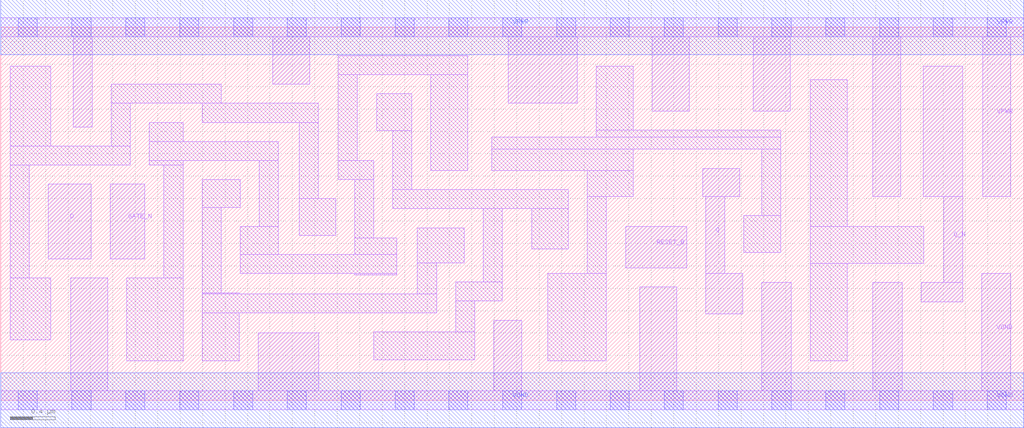
<source format=lef>
# Copyright 2020 The SkyWater PDK Authors
#
# Licensed under the Apache License, Version 2.0 (the "License");
# you may not use this file except in compliance with the License.
# You may obtain a copy of the License at
#
#     https://www.apache.org/licenses/LICENSE-2.0
#
# Unless required by applicable law or agreed to in writing, software
# distributed under the License is distributed on an "AS IS" BASIS,
# WITHOUT WARRANTIES OR CONDITIONS OF ANY KIND, either express or implied.
# See the License for the specific language governing permissions and
# limitations under the License.
#
# SPDX-License-Identifier: Apache-2.0

VERSION 5.7 ;
  NAMESCASESENSITIVE ON ;
  NOWIREEXTENSIONATPIN ON ;
  DIVIDERCHAR "/" ;
  BUSBITCHARS "[]" ;
UNITS
  DATABASE MICRONS 200 ;
END UNITS
MACRO sky130_fd_sc_ms__dlrbn_2
  CLASS CORE ;
  SOURCE USER ;
  FOREIGN sky130_fd_sc_ms__dlrbn_2 ;
  ORIGIN  0.000000  0.000000 ;
  SIZE  9.120000 BY  3.330000 ;
  SYMMETRY X Y ;
  SITE unit ;
  PIN D
    ANTENNAGATEAREA  0.233700 ;
    DIRECTION INPUT ;
    USE SIGNAL ;
    PORT
      LAYER li1 ;
        RECT 0.425000 1.260000 0.805000 1.930000 ;
    END
  END D
  PIN Q
    ANTENNADIFFAREA  0.509600 ;
    DIRECTION OUTPUT ;
    USE SIGNAL ;
    PORT
      LAYER li1 ;
        RECT 6.260000 1.820000 6.590000 2.070000 ;
        RECT 6.285000 0.770000 6.615000 1.130000 ;
        RECT 6.285000 1.130000 6.455000 1.820000 ;
    END
  END Q
  PIN Q_N
    ANTENNADIFFAREA  0.539200 ;
    DIRECTION OUTPUT ;
    USE SIGNAL ;
    PORT
      LAYER li1 ;
        RECT 8.205000 0.880000 8.575000 1.050000 ;
        RECT 8.225000 1.820000 8.575000 2.980000 ;
        RECT 8.405000 1.050000 8.575000 1.820000 ;
    END
  END Q_N
  PIN RESET_B
    ANTENNAGATEAREA  0.312600 ;
    DIRECTION INPUT ;
    USE SIGNAL ;
    PORT
      LAYER li1 ;
        RECT 5.570000 1.180000 6.115000 1.550000 ;
    END
  END RESET_B
  PIN GATE_N
    ANTENNAGATEAREA  0.262200 ;
    DIRECTION INPUT ;
    USE CLOCK ;
    PORT
      LAYER li1 ;
        RECT 0.975000 1.260000 1.285000 1.930000 ;
    END
  END GATE_N
  PIN VGND
    DIRECTION INOUT ;
    USE GROUND ;
    PORT
      LAYER li1 ;
        RECT 0.000000 -0.085000 9.120000 0.085000 ;
        RECT 0.625000  0.085000 0.955000 1.090000 ;
        RECT 2.295000  0.085000 2.835000 0.600000 ;
        RECT 4.395000  0.085000 4.645000 0.715000 ;
        RECT 5.695000  0.085000 6.025000 1.010000 ;
        RECT 6.785000  0.085000 7.045000 1.050000 ;
        RECT 7.775000  0.085000 8.035000 1.050000 ;
        RECT 8.745000  0.085000 9.005000 1.130000 ;
      LAYER mcon ;
        RECT 0.155000 -0.085000 0.325000 0.085000 ;
        RECT 0.635000 -0.085000 0.805000 0.085000 ;
        RECT 1.115000 -0.085000 1.285000 0.085000 ;
        RECT 1.595000 -0.085000 1.765000 0.085000 ;
        RECT 2.075000 -0.085000 2.245000 0.085000 ;
        RECT 2.555000 -0.085000 2.725000 0.085000 ;
        RECT 3.035000 -0.085000 3.205000 0.085000 ;
        RECT 3.515000 -0.085000 3.685000 0.085000 ;
        RECT 3.995000 -0.085000 4.165000 0.085000 ;
        RECT 4.475000 -0.085000 4.645000 0.085000 ;
        RECT 4.955000 -0.085000 5.125000 0.085000 ;
        RECT 5.435000 -0.085000 5.605000 0.085000 ;
        RECT 5.915000 -0.085000 6.085000 0.085000 ;
        RECT 6.395000 -0.085000 6.565000 0.085000 ;
        RECT 6.875000 -0.085000 7.045000 0.085000 ;
        RECT 7.355000 -0.085000 7.525000 0.085000 ;
        RECT 7.835000 -0.085000 8.005000 0.085000 ;
        RECT 8.315000 -0.085000 8.485000 0.085000 ;
        RECT 8.795000 -0.085000 8.965000 0.085000 ;
      LAYER met1 ;
        RECT 0.000000 -0.245000 9.120000 0.245000 ;
    END
  END VGND
  PIN VPWR
    DIRECTION INOUT ;
    USE POWER ;
    PORT
      LAYER li1 ;
        RECT 0.000000 3.245000 9.120000 3.415000 ;
        RECT 0.645000 2.440000 0.815000 3.245000 ;
        RECT 2.425000 2.820000 2.755000 3.245000 ;
        RECT 4.525000 2.650000 5.140000 3.245000 ;
        RECT 5.810000 2.580000 6.140000 3.245000 ;
        RECT 6.710000 2.580000 7.040000 3.245000 ;
        RECT 7.775000 1.820000 8.025000 3.245000 ;
        RECT 8.755000 1.820000 9.005000 3.245000 ;
      LAYER mcon ;
        RECT 0.155000 3.245000 0.325000 3.415000 ;
        RECT 0.635000 3.245000 0.805000 3.415000 ;
        RECT 1.115000 3.245000 1.285000 3.415000 ;
        RECT 1.595000 3.245000 1.765000 3.415000 ;
        RECT 2.075000 3.245000 2.245000 3.415000 ;
        RECT 2.555000 3.245000 2.725000 3.415000 ;
        RECT 3.035000 3.245000 3.205000 3.415000 ;
        RECT 3.515000 3.245000 3.685000 3.415000 ;
        RECT 3.995000 3.245000 4.165000 3.415000 ;
        RECT 4.475000 3.245000 4.645000 3.415000 ;
        RECT 4.955000 3.245000 5.125000 3.415000 ;
        RECT 5.435000 3.245000 5.605000 3.415000 ;
        RECT 5.915000 3.245000 6.085000 3.415000 ;
        RECT 6.395000 3.245000 6.565000 3.415000 ;
        RECT 6.875000 3.245000 7.045000 3.415000 ;
        RECT 7.355000 3.245000 7.525000 3.415000 ;
        RECT 7.835000 3.245000 8.005000 3.415000 ;
        RECT 8.315000 3.245000 8.485000 3.415000 ;
        RECT 8.795000 3.245000 8.965000 3.415000 ;
      LAYER met1 ;
        RECT 0.000000 3.085000 9.120000 3.575000 ;
    END
  END VPWR
  OBS
    LAYER li1 ;
      RECT 0.085000 0.540000 0.445000 1.090000 ;
      RECT 0.085000 1.090000 0.255000 2.100000 ;
      RECT 0.085000 2.100000 1.155000 2.270000 ;
      RECT 0.085000 2.270000 0.445000 2.980000 ;
      RECT 0.985000 2.270000 1.155000 2.650000 ;
      RECT 0.985000 2.650000 1.965000 2.820000 ;
      RECT 1.125000 0.350000 1.625000 1.090000 ;
      RECT 1.325000 2.100000 1.625000 2.140000 ;
      RECT 1.325000 2.140000 2.475000 2.310000 ;
      RECT 1.325000 2.310000 1.625000 2.480000 ;
      RECT 1.455000 1.090000 1.625000 2.100000 ;
      RECT 1.795000 0.350000 2.125000 0.780000 ;
      RECT 1.795000 0.780000 3.885000 0.950000 ;
      RECT 1.795000 0.950000 2.125000 0.960000 ;
      RECT 1.795000 0.960000 1.965000 1.720000 ;
      RECT 1.795000 1.720000 2.135000 1.970000 ;
      RECT 1.795000 2.480000 2.830000 2.650000 ;
      RECT 2.135000 1.130000 3.530000 1.300000 ;
      RECT 2.135000 1.300000 2.475000 1.550000 ;
      RECT 2.305000 1.550000 2.475000 2.140000 ;
      RECT 2.660000 1.470000 2.985000 1.800000 ;
      RECT 2.660000 1.800000 2.830000 2.480000 ;
      RECT 3.010000 1.970000 3.325000 2.140000 ;
      RECT 3.010000 2.140000 3.180000 2.905000 ;
      RECT 3.010000 2.905000 4.165000 3.075000 ;
      RECT 3.155000 1.120000 3.530000 1.130000 ;
      RECT 3.155000 1.300000 3.530000 1.450000 ;
      RECT 3.155000 1.450000 3.325000 1.970000 ;
      RECT 3.325000 0.360000 4.225000 0.610000 ;
      RECT 3.350000 2.405000 3.665000 2.735000 ;
      RECT 3.495000 1.710000 5.060000 1.880000 ;
      RECT 3.495000 1.880000 3.665000 2.405000 ;
      RECT 3.715000 0.950000 3.885000 1.225000 ;
      RECT 3.715000 1.225000 4.130000 1.540000 ;
      RECT 3.835000 2.050000 4.165000 2.905000 ;
      RECT 4.055000 0.610000 4.225000 0.885000 ;
      RECT 4.055000 0.885000 4.470000 1.055000 ;
      RECT 4.300000 1.055000 4.470000 1.710000 ;
      RECT 4.375000 2.050000 5.640000 2.240000 ;
      RECT 4.375000 2.240000 6.955000 2.350000 ;
      RECT 4.735000 1.350000 5.060000 1.710000 ;
      RECT 4.875000 0.350000 5.400000 1.130000 ;
      RECT 5.230000 1.130000 5.400000 1.820000 ;
      RECT 5.230000 1.820000 5.640000 2.050000 ;
      RECT 5.310000 2.350000 6.955000 2.410000 ;
      RECT 5.310000 2.410000 5.640000 2.980000 ;
      RECT 6.625000 1.320000 6.955000 1.650000 ;
      RECT 6.785000 1.650000 6.955000 2.240000 ;
      RECT 7.215000 0.350000 7.545000 1.220000 ;
      RECT 7.215000 1.220000 8.230000 1.550000 ;
      RECT 7.215000 1.550000 7.545000 2.860000 ;
  END
END sky130_fd_sc_ms__dlrbn_2

</source>
